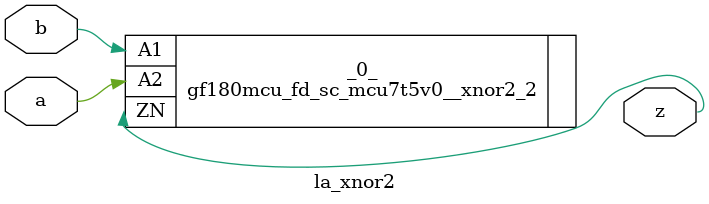
<source format=v>

/* Generated by Yosys 0.44 (git sha1 80ba43d26, g++ 11.4.0-1ubuntu1~22.04 -fPIC -O3) */

(* top =  1  *)
(* src = "generated" *)
module la_xnor2 (
    a,
    b,
    z
);
  (* src = "generated" *)
  input a;
  wire a;
  (* src = "generated" *)
  input b;
  wire b;
  (* src = "generated" *)
  output z;
  wire z;
  gf180mcu_fd_sc_mcu7t5v0__xnor2_2 _0_ (
      .A1(b),
      .A2(a),
      .ZN(z)
  );
endmodule

</source>
